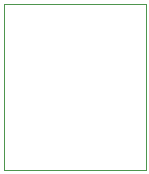
<source format=gbr>
G04 #@! TF.GenerationSoftware,KiCad,Pcbnew,(5.1.2)-2*
G04 #@! TF.CreationDate,2019-10-15T01:23:37+08:00*
G04 #@! TF.ProjectId,BrainPower,42726169-6e50-46f7-9765-722e6b696361,rev?*
G04 #@! TF.SameCoordinates,Original*
G04 #@! TF.FileFunction,Other,User*
%FSLAX46Y46*%
G04 Gerber Fmt 4.6, Leading zero omitted, Abs format (unit mm)*
G04 Created by KiCad (PCBNEW (5.1.2)-2) date 2019-10-15 01:23:37*
%MOMM*%
%LPD*%
G04 APERTURE LIST*
%ADD10C,0.050000*%
G04 APERTURE END LIST*
D10*
X321660000Y122960000D02*
X333660000Y122960000D01*
X321660000Y136960000D02*
X321660000Y122960000D01*
X333660000Y136960000D02*
X321660000Y136960000D01*
X333660000Y122960000D02*
X333660000Y136960000D01*
M02*

</source>
